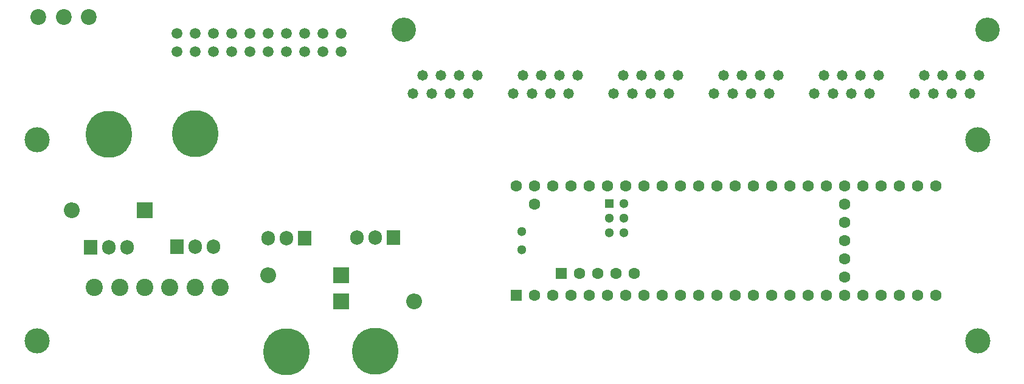
<source format=gbr>
%TF.GenerationSoftware,KiCad,Pcbnew,(5.1.10-1-10_14)*%
%TF.CreationDate,2021-11-09T17:04:18-05:00*%
%TF.ProjectId,TeensyBoardv2,5465656e-7379-4426-9f61-726476322e6b,v01*%
%TF.SameCoordinates,Original*%
%TF.FileFunction,Soldermask,Bot*%
%TF.FilePolarity,Negative*%
%FSLAX46Y46*%
G04 Gerber Fmt 4.6, Leading zero omitted, Abs format (unit mm)*
G04 Created by KiCad (PCBNEW (5.1.10-1-10_14)) date 2021-11-09 17:04:18*
%MOMM*%
%LPD*%
G01*
G04 APERTURE LIST*
%ADD10C,1.478000*%
%ADD11C,3.400000*%
%ADD12C,2.200000*%
%ADD13C,1.300000*%
%ADD14C,1.600000*%
%ADD15R,1.300000X1.300000*%
%ADD16R,1.600000X1.600000*%
%ADD17R,2.200000X2.200000*%
%ADD18O,2.200000X2.200000*%
%ADD19C,1.498600*%
%ADD20C,3.500000*%
%ADD21C,2.400000*%
%ADD22O,1.905000X2.000000*%
%ADD23R,1.905000X2.000000*%
%ADD24O,6.500000X6.500000*%
G04 APERTURE END LIST*
D10*
%TO.C,P1*%
X182751000Y-89000000D03*
X180211000Y-89000000D03*
X177671000Y-89000000D03*
X181481000Y-91540000D03*
X184021000Y-91540000D03*
X178941000Y-91540000D03*
X176365000Y-91540000D03*
X185291000Y-89000000D03*
X199261000Y-89000000D03*
X191641000Y-89000000D03*
X196721000Y-89000000D03*
X195451000Y-91540000D03*
X190335000Y-91540000D03*
X194181000Y-89000000D03*
X192911000Y-91540000D03*
X197991000Y-91540000D03*
X213231000Y-89000000D03*
X205611000Y-89000000D03*
X210691000Y-89000000D03*
X209421000Y-91540000D03*
X204305000Y-91540000D03*
X208151000Y-89000000D03*
X206881000Y-91540000D03*
X211961000Y-91540000D03*
X220851000Y-91540000D03*
X219581000Y-89000000D03*
X218275000Y-91540000D03*
X224661000Y-89000000D03*
X222121000Y-89000000D03*
X227201000Y-89000000D03*
X223391000Y-91540000D03*
X225931000Y-91540000D03*
X239901000Y-91540000D03*
X238631000Y-89000000D03*
X236091000Y-89000000D03*
X241171000Y-89000000D03*
X237361000Y-91540000D03*
X234821000Y-91540000D03*
X233551000Y-89000000D03*
X232245000Y-91540000D03*
X255141000Y-89000000D03*
X251331000Y-91540000D03*
D11*
X256375000Y-82650000D03*
X175095000Y-82650000D03*
D10*
X248791000Y-91540000D03*
X247521000Y-89000000D03*
X246215000Y-91540000D03*
X253871000Y-91540000D03*
X252601000Y-89000000D03*
X250061000Y-89000000D03*
%TD*%
D12*
%TO.C,U7*%
X131230000Y-80850000D03*
X127730000Y-80850000D03*
X124230000Y-80850000D03*
%TD*%
D13*
%TO.C,U1*%
X191464000Y-110800000D03*
X191464000Y-113340000D03*
D14*
X236454000Y-106990000D03*
X236454000Y-109530000D03*
X236454000Y-112070000D03*
X236454000Y-114610000D03*
X236454000Y-117150000D03*
D13*
X203704000Y-110888400D03*
X205704000Y-110888400D03*
X205704000Y-108888400D03*
X203704000Y-108888400D03*
X205704000Y-106888400D03*
D15*
X203704000Y-106888400D03*
D14*
X231374000Y-119690000D03*
X233914000Y-119690000D03*
X236454000Y-119690000D03*
X238994000Y-119690000D03*
X228834000Y-119690000D03*
X226294000Y-119690000D03*
X223754000Y-119690000D03*
X241534000Y-119690000D03*
X244074000Y-119690000D03*
X246614000Y-119690000D03*
X249154000Y-119690000D03*
X249154000Y-104450000D03*
X246614000Y-104450000D03*
X244074000Y-104450000D03*
X241534000Y-104450000D03*
X238994000Y-104450000D03*
X236454000Y-104450000D03*
X233914000Y-104450000D03*
X231374000Y-104450000D03*
X228834000Y-104450000D03*
X226294000Y-104450000D03*
X221214000Y-119690000D03*
X218674000Y-119690000D03*
X216134000Y-119690000D03*
X213594000Y-119690000D03*
X211054000Y-119690000D03*
X208514000Y-119690000D03*
X205974000Y-119690000D03*
X203434000Y-119690000D03*
X200894000Y-119690000D03*
X198354000Y-119690000D03*
X195814000Y-119690000D03*
X193274000Y-119690000D03*
D16*
X190734000Y-119690000D03*
D14*
X223754000Y-104450000D03*
X221214000Y-104450000D03*
X218674000Y-104450000D03*
X216134000Y-104450000D03*
X213594000Y-104450000D03*
X211054000Y-104450000D03*
X208514000Y-104450000D03*
X205974000Y-104450000D03*
X203434000Y-104450000D03*
X200894000Y-104450000D03*
X198354000Y-104450000D03*
X195814000Y-104450000D03*
X193274000Y-104450000D03*
X190734000Y-104450000D03*
D16*
X197033200Y-116639200D03*
D14*
X199573200Y-116639200D03*
X202113200Y-116639200D03*
X204653200Y-116639200D03*
X207193200Y-116639200D03*
X193274000Y-106990000D03*
%TD*%
D17*
%TO.C,D2*%
X166320000Y-120494000D03*
D18*
X176480000Y-120494000D03*
%TD*%
%TO.C,D1*%
X156210000Y-116840000D03*
D17*
X166370000Y-116840000D03*
%TD*%
%TO.C,D3*%
X139042000Y-107820000D03*
D18*
X128882000Y-107820000D03*
%TD*%
D19*
%TO.C,J1*%
X143510000Y-83140000D03*
X143510000Y-85680000D03*
X146050000Y-83140000D03*
X146050000Y-85680000D03*
X148590000Y-83140000D03*
X148590000Y-85680000D03*
X151130000Y-83140000D03*
X151130000Y-85680000D03*
X153670000Y-83140000D03*
X153670000Y-85680000D03*
X156210000Y-83140000D03*
X156210000Y-85680000D03*
X158750000Y-83140000D03*
X158750000Y-85680000D03*
X161290000Y-83140000D03*
X161290000Y-85680000D03*
X163830000Y-83140000D03*
X163830000Y-85680000D03*
X166370000Y-83140000D03*
X166370000Y-85680000D03*
%TD*%
D20*
%TO.C,H1*%
X124000000Y-126000000D03*
%TD*%
%TO.C,H2*%
X255000000Y-98000000D03*
%TD*%
%TO.C,H3*%
X124000000Y-98000000D03*
%TD*%
%TO.C,H4*%
X255000000Y-126000000D03*
%TD*%
D21*
%TO.C,U5*%
X132010000Y-118550000D03*
X135510000Y-118550000D03*
X139010000Y-118550000D03*
X142510000Y-118550000D03*
X146010000Y-118550000D03*
X149510000Y-118550000D03*
%TD*%
D22*
%TO.C,U2*%
X168536920Y-111634340D03*
X171076920Y-111634340D03*
D23*
X173616920Y-111634340D03*
D24*
X171076920Y-127434340D03*
%TD*%
D22*
%TO.C,U3*%
X156204920Y-111686340D03*
X158744920Y-111686340D03*
D23*
X161284920Y-111686340D03*
D24*
X158744920Y-127486340D03*
%TD*%
%TO.C,U4*%
X133967080Y-97173660D03*
D23*
X131427080Y-112973660D03*
D22*
X133967080Y-112973660D03*
X136507080Y-112973660D03*
%TD*%
D24*
%TO.C,U6*%
X146003080Y-97109660D03*
D23*
X143463080Y-112909660D03*
D22*
X146003080Y-112909660D03*
X148543080Y-112909660D03*
%TD*%
M02*

</source>
